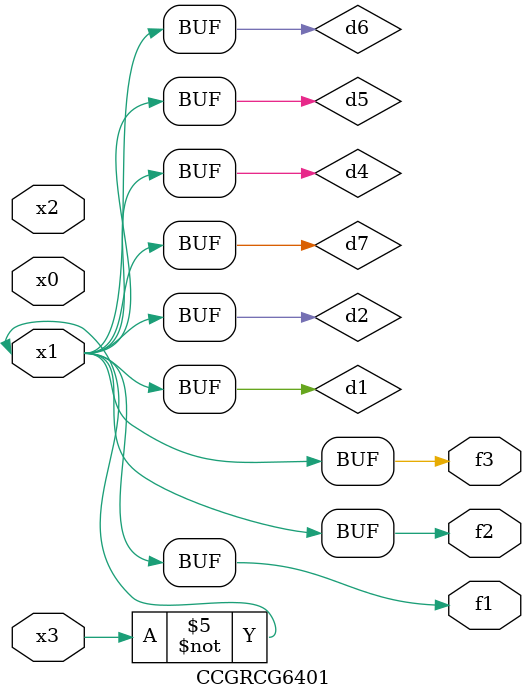
<source format=v>
module CCGRCG6401(
	input x0, x1, x2, x3,
	output f1, f2, f3
);

	wire d1, d2, d3, d4, d5, d6, d7;

	not (d1, x3);
	buf (d2, x1);
	xnor (d3, d1, d2);
	nor (d4, d1);
	buf (d5, d1, d2);
	buf (d6, d4, d5);
	nand (d7, d4);
	assign f1 = d6;
	assign f2 = d7;
	assign f3 = d6;
endmodule

</source>
